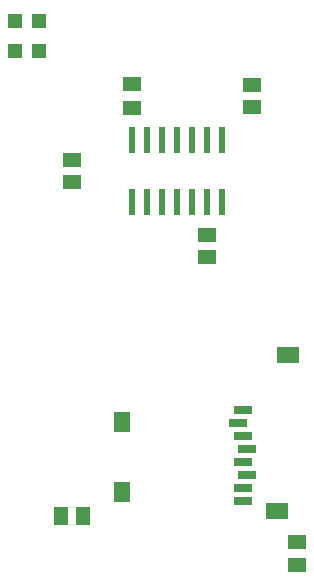
<source format=gtp>
G75*
G70*
%OFA0B0*%
%FSLAX24Y24*%
%IPPOS*%
%LPD*%
%AMOC8*
5,1,8,0,0,1.08239X$1,22.5*
%
%ADD10R,0.0748X0.0551*%
%ADD11R,0.0551X0.0709*%
%ADD12R,0.0591X0.0276*%
%ADD13R,0.0236X0.0866*%
%ADD14R,0.0630X0.0512*%
%ADD15R,0.0512X0.0630*%
%ADD16R,0.0500X0.0500*%
D10*
X009982Y003809D03*
X010336Y009006D03*
D11*
X004824Y006801D03*
X004824Y004439D03*
D12*
X008683Y006761D03*
X008840Y006328D03*
X008998Y005895D03*
X008840Y005462D03*
X008998Y005029D03*
X008840Y004596D03*
X008840Y004163D03*
X008840Y007194D03*
D13*
X008151Y014128D03*
X007651Y014128D03*
X007151Y014128D03*
X006651Y014128D03*
X006151Y014128D03*
X005651Y014128D03*
X005151Y014128D03*
X005151Y016175D03*
X005651Y016175D03*
X006151Y016175D03*
X006651Y016175D03*
X007151Y016175D03*
X007651Y016175D03*
X008151Y016175D03*
D14*
X009151Y017277D03*
X009151Y018025D03*
X007651Y013025D03*
X007651Y012277D03*
X005151Y017257D03*
X005151Y018045D03*
X003151Y015525D03*
X003151Y014777D03*
X010651Y002795D03*
X010651Y002007D03*
D15*
X002777Y003651D03*
X003525Y003651D03*
D16*
X002051Y019151D03*
X002051Y020151D03*
X001251Y020151D03*
X001251Y019151D03*
M02*

</source>
